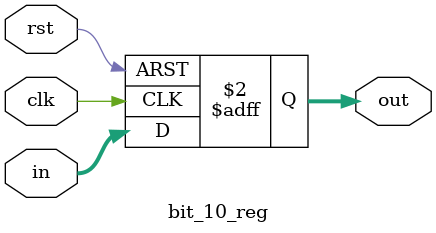
<source format=v>
    module bit_10_reg (in , clk , rst , out);
input [9:0]in;
input clk;
input rst;
output reg [9:0]out;
always@(posedge rst or posedge clk)
begin
    if(rst)
        out <= 10'b 0000_0000_00;
    else
        out <= in;
end
endmodule
</source>
